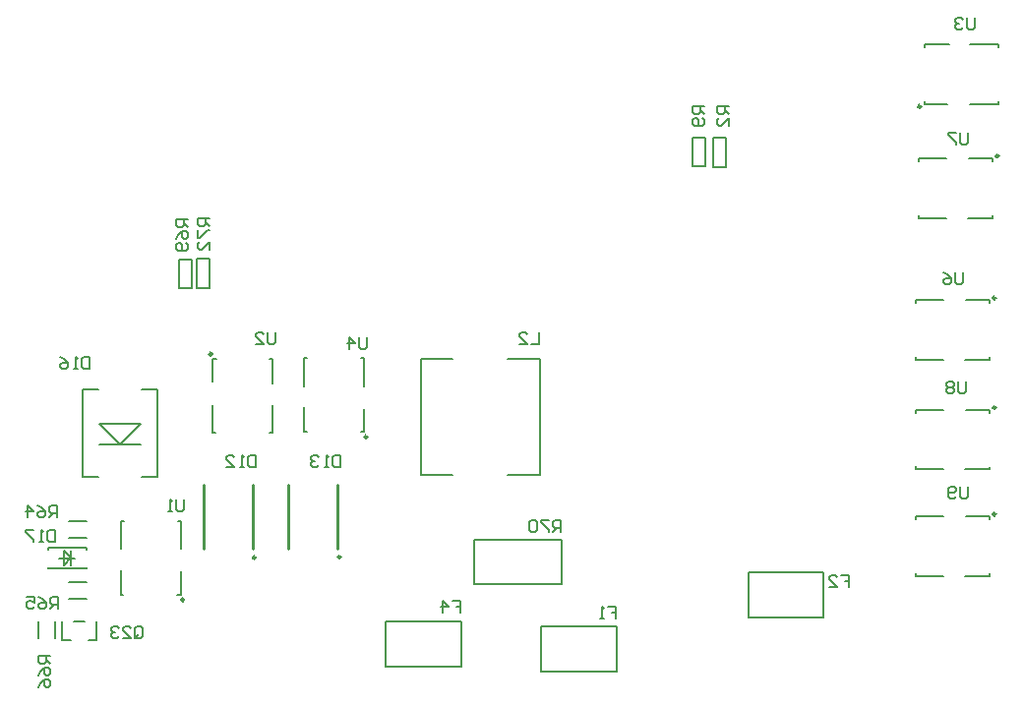
<source format=gbo>
G04*
G04 #@! TF.GenerationSoftware,Altium Limited,Altium Designer,23.10.1 (27)*
G04*
G04 Layer_Color=32896*
%FSLAX25Y25*%
%MOIN*%
G70*
G04*
G04 #@! TF.SameCoordinates,4B5F03CF-9F67-499E-902A-73A7A51B6F95*
G04*
G04*
G04 #@! TF.FilePolarity,Positive*
G04*
G01*
G75*
%ADD12C,0.01000*%
%ADD14C,0.00500*%
%ADD16C,0.00787*%
%ADD18C,0.00700*%
D12*
X457015Y171815D02*
G03*
X457015Y171815I-500J0D01*
G01*
X447515Y88515D02*
G03*
X447515Y88515I-500J0D01*
G01*
X471734Y102776D02*
G03*
X471734Y102776I-461J0D01*
G01*
X722565Y117515D02*
G03*
X722565Y117515I-500J0D01*
G01*
Y153655D02*
G03*
X722565Y153655I-500J0D01*
G01*
X723565Y238936D02*
G03*
X723565Y238936I-500J0D01*
G01*
X722565Y190796D02*
G03*
X722565Y190796I-500J0D01*
G01*
X509615Y143715D02*
G03*
X509615Y143715I-500J0D01*
G01*
X697215Y255715D02*
G03*
X697215Y255715I-500J0D01*
G01*
X500534Y102976D02*
G03*
X500534Y102976I-461J0D01*
G01*
X470683Y105728D02*
Y127382D01*
X454148Y105728D02*
Y127382D01*
X482948Y105928D02*
Y127582D01*
X499483Y105928D02*
Y127582D01*
D14*
X401615Y99072D02*
X414615D01*
X401615Y106158D02*
X414615D01*
X406653Y105015D02*
X409015Y102653D01*
X406653Y100291D02*
Y105015D01*
Y100291D02*
X409015Y102653D01*
Y100291D02*
Y105015D01*
X401615Y99072D02*
Y99615D01*
Y105615D02*
Y106158D01*
X414615Y99072D02*
Y99615D01*
Y105615D02*
Y106158D01*
X405115Y102615D02*
X410615D01*
X457215Y145115D02*
X458215D01*
X476515D02*
X477491D01*
X457215Y170115D02*
X458315D01*
X476615D02*
X477491D01*
Y145115D02*
Y154564D01*
Y161815D02*
Y170115D01*
X457215Y145115D02*
Y154564D01*
Y162315D02*
Y170115D01*
X446315Y90215D02*
Y98015D01*
Y105766D02*
Y115215D01*
X426039Y90215D02*
Y98515D01*
Y105766D02*
Y115215D01*
Y90215D02*
X426915D01*
X445215D02*
X446315D01*
X426039Y115215D02*
X427015D01*
X445315D02*
X446315D01*
X527857Y130745D02*
Y170115D01*
X568015Y130745D02*
Y170115D01*
X527857D02*
X538615D01*
X527857Y130745D02*
X538615D01*
X557258D02*
X568015D01*
X557258Y170115D02*
X568015D01*
X568461Y64038D02*
X594052D01*
X568461Y79392D02*
X594052D01*
Y64038D02*
Y79392D01*
X568461Y64038D02*
Y79392D01*
X515878Y81292D02*
X541468D01*
X515878Y65938D02*
X541468D01*
X515878D02*
Y81292D01*
X541468Y65938D02*
Y81292D01*
X638661Y82538D02*
X664252D01*
X638661Y97892D02*
X664252D01*
Y82538D02*
Y97892D01*
X638661Y82538D02*
Y97892D01*
X712565Y116815D02*
X720365D01*
X695365D02*
X704813D01*
X712065Y96539D02*
X720365D01*
X695365D02*
X704813D01*
X720365D02*
Y97415D01*
Y115715D02*
Y116815D01*
X695365Y96539D02*
Y97515D01*
Y115815D02*
Y116815D01*
X712565Y152955D02*
X720365D01*
X695365D02*
X704813D01*
X712065Y132680D02*
X720365D01*
X695365D02*
X704813D01*
X720365D02*
Y133555D01*
Y151855D02*
Y152955D01*
X695365Y132680D02*
Y133655D01*
Y151955D02*
Y152955D01*
X713565Y238236D02*
X721365D01*
X696365D02*
X705813D01*
X713065Y217961D02*
X721365D01*
X696365D02*
X705813D01*
X721365D02*
Y218836D01*
Y237136D02*
Y238236D01*
X696365Y217961D02*
Y218936D01*
Y237236D02*
Y238236D01*
X712565Y190096D02*
X720365D01*
X695365D02*
X704813D01*
X712065Y169820D02*
X720365D01*
X695365D02*
X704813D01*
X720365D02*
Y170696D01*
Y188996D02*
Y190096D01*
X695365Y169820D02*
Y170796D01*
Y189096D02*
Y190096D01*
X406146Y74847D02*
Y81147D01*
X417957Y74847D02*
Y81147D01*
X410280D02*
X413824D01*
X406146Y74847D02*
X409099D01*
X415005D02*
X417957D01*
X507415Y170415D02*
X508415D01*
X488139D02*
X489115D01*
X507315Y145415D02*
X508415D01*
X488139D02*
X489015D01*
X488139Y160966D02*
Y170415D01*
Y145415D02*
Y153715D01*
X508415Y160966D02*
Y170415D01*
Y145415D02*
Y153215D01*
X698415Y256415D02*
X706215D01*
X713966D02*
X723415D01*
X698415Y276691D02*
X706715D01*
X713966D02*
X723415D01*
X698415Y275815D02*
Y276691D01*
Y256415D02*
Y257515D01*
X723415Y275715D02*
Y276691D01*
Y256415D02*
Y257415D01*
X451650Y194141D02*
Y203983D01*
X455980Y194141D02*
Y203983D01*
X451650D02*
X455980D01*
X451650Y194141D02*
X455980D01*
X545862Y93835D02*
Y108795D01*
X575390D01*
Y93835D02*
Y108795D01*
X545862Y93835D02*
X575390D01*
X450046Y194102D02*
Y203945D01*
X445715Y194102D02*
Y203945D01*
Y194102D02*
X450046D01*
X445715Y203945D02*
X450046D01*
X619750Y235347D02*
Y245189D01*
X624080Y235347D02*
Y245189D01*
X619750D02*
X624080D01*
X619750Y235347D02*
X624080D01*
X631180Y235241D02*
Y245083D01*
X626850Y235241D02*
Y245083D01*
Y235241D02*
X631180D01*
X626850Y245083D02*
X631180D01*
X403915Y112014D02*
Y108015D01*
X401916D01*
X401249Y108681D01*
Y111347D01*
X401916Y112014D01*
X403915D01*
X399916Y108015D02*
X398583D01*
X399250D01*
Y112014D01*
X399916Y111347D01*
X396584Y112014D02*
X393918D01*
Y111347D01*
X396584Y108681D01*
Y108015D01*
X415315Y170714D02*
Y166715D01*
X413316D01*
X412649Y167382D01*
Y170047D01*
X413316Y170714D01*
X415315D01*
X411316Y166715D02*
X409983D01*
X410650D01*
Y170714D01*
X411316Y170047D01*
X405318Y170714D02*
X406651Y170047D01*
X407984Y168714D01*
Y167382D01*
X407318Y166715D01*
X405985D01*
X405318Y167382D01*
Y168048D01*
X405985Y168714D01*
X407984D01*
X404315Y116315D02*
Y120314D01*
X402316D01*
X401649Y119647D01*
Y118314D01*
X402316Y117648D01*
X404315D01*
X402982D02*
X401649Y116315D01*
X397651Y120314D02*
X398983Y119647D01*
X400316Y118314D01*
Y116981D01*
X399650Y116315D01*
X398317D01*
X397651Y116981D01*
Y117648D01*
X398317Y118314D01*
X400316D01*
X394318Y116315D02*
Y120314D01*
X396318Y118314D01*
X393652D01*
X478400Y179299D02*
Y175967D01*
X477734Y175300D01*
X476401D01*
X475734Y175967D01*
Y179299D01*
X471735Y175300D02*
X474401D01*
X471735Y177966D01*
Y178632D01*
X472402Y179299D01*
X473735D01*
X474401Y178632D01*
X447500Y122399D02*
Y119067D01*
X446834Y118400D01*
X445501D01*
X444834Y119067D01*
Y122399D01*
X443501Y118400D02*
X442168D01*
X442835D01*
Y122399D01*
X443501Y121732D01*
X471700Y137399D02*
Y133400D01*
X469701D01*
X469034Y134066D01*
Y136732D01*
X469701Y137399D01*
X471700D01*
X467701Y133400D02*
X466368D01*
X467035D01*
Y137399D01*
X467701Y136732D01*
X461703Y133400D02*
X464369D01*
X461703Y136066D01*
Y136732D01*
X462370Y137399D01*
X463703D01*
X464369Y136732D01*
X567800Y179299D02*
Y175300D01*
X565134D01*
X561135D02*
X563801D01*
X561135Y177966D01*
Y178632D01*
X561802Y179299D01*
X563135D01*
X563801Y178632D01*
X591134Y86099D02*
X593800D01*
Y84099D01*
X592467D01*
X593800D01*
Y82100D01*
X589801D02*
X588468D01*
X589135D01*
Y86099D01*
X589801Y85432D01*
X538534Y87999D02*
X541200D01*
Y85999D01*
X539867D01*
X541200D01*
Y84000D01*
X535202D02*
Y87999D01*
X537201Y85999D01*
X534536D01*
X670149Y96914D02*
X672815D01*
Y94914D01*
X671482D01*
X672815D01*
Y92915D01*
X666151D02*
X668816D01*
X666151Y95581D01*
Y96247D01*
X666817Y96914D01*
X668150D01*
X668816Y96247D01*
X713015Y126714D02*
Y123381D01*
X712349Y122715D01*
X711016D01*
X710349Y123381D01*
Y126714D01*
X709016Y123381D02*
X708350Y122715D01*
X707017D01*
X706351Y123381D01*
Y126047D01*
X707017Y126714D01*
X708350D01*
X709016Y126047D01*
Y125381D01*
X708350Y124714D01*
X706351D01*
X712515Y162314D02*
Y158982D01*
X711848Y158315D01*
X710516D01*
X709849Y158982D01*
Y162314D01*
X708516Y161647D02*
X707850Y162314D01*
X706517D01*
X705851Y161647D01*
Y160981D01*
X706517Y160314D01*
X705851Y159648D01*
Y158982D01*
X706517Y158315D01*
X707850D01*
X708516Y158982D01*
Y159648D01*
X707850Y160314D01*
X708516Y160981D01*
Y161647D01*
X707850Y160314D02*
X706517D01*
X712976Y246814D02*
Y243481D01*
X712309Y242815D01*
X710976D01*
X710310Y243481D01*
Y246814D01*
X708977D02*
X706311D01*
Y246147D01*
X708977Y243481D01*
Y242815D01*
X711515Y199314D02*
Y195982D01*
X710849Y195315D01*
X709516D01*
X708849Y195982D01*
Y199314D01*
X704850D02*
X706183Y198647D01*
X707516Y197314D01*
Y195982D01*
X706850Y195315D01*
X705517D01*
X704850Y195982D01*
Y196648D01*
X705517Y197314D01*
X707516D01*
X430649Y75981D02*
Y78647D01*
X431316Y79314D01*
X432649D01*
X433315Y78647D01*
Y75981D01*
X432649Y75315D01*
X431316D01*
X431982Y76648D02*
X430649Y75315D01*
X431316D02*
X430649Y75981D01*
X426650Y75315D02*
X429316D01*
X426650Y77981D01*
Y78647D01*
X427317Y79314D01*
X428650D01*
X429316Y78647D01*
X425318D02*
X424651Y79314D01*
X423318D01*
X422652Y78647D01*
Y77981D01*
X423318Y77314D01*
X423985D01*
X423318D01*
X422652Y76648D01*
Y75981D01*
X423318Y75315D01*
X424651D01*
X425318Y75981D01*
X509600Y177599D02*
Y174267D01*
X508934Y173600D01*
X507601D01*
X506934Y174267D01*
Y177599D01*
X503602Y173600D02*
Y177599D01*
X505601Y175599D01*
X502936D01*
X715315Y285814D02*
Y282482D01*
X714648Y281815D01*
X713316D01*
X712649Y282482D01*
Y285814D01*
X711316Y285147D02*
X710650Y285814D01*
X709317D01*
X708650Y285147D01*
Y284481D01*
X709317Y283814D01*
X709983D01*
X709317D01*
X708650Y283148D01*
Y282482D01*
X709317Y281815D01*
X710650D01*
X711316Y282482D01*
X456015Y217915D02*
X452016D01*
Y215916D01*
X452683Y215249D01*
X454016D01*
X454682Y215916D01*
Y217915D01*
Y216582D02*
X456015Y215249D01*
X452016Y213916D02*
Y211250D01*
X452683D01*
X455348Y213916D01*
X456015D01*
Y207252D02*
Y209918D01*
X453349Y207252D01*
X452683D01*
X452016Y207918D01*
Y209251D01*
X452683Y209918D01*
X575100Y111500D02*
Y115499D01*
X573101D01*
X572434Y114832D01*
Y113499D01*
X573101Y112833D01*
X575100D01*
X573767D02*
X572434Y111500D01*
X571101Y115499D02*
X568435D01*
Y114832D01*
X571101Y112167D01*
Y111500D01*
X567103Y114832D02*
X566436Y115499D01*
X565103D01*
X564437Y114832D01*
Y112167D01*
X565103Y111500D01*
X566436D01*
X567103Y112167D01*
Y114832D01*
X448815Y217615D02*
X444816D01*
Y215616D01*
X445483Y214949D01*
X446816D01*
X447482Y215616D01*
Y217615D01*
Y216282D02*
X448815Y214949D01*
X444816Y210950D02*
X445483Y212283D01*
X446816Y213616D01*
X448148D01*
X448815Y212950D01*
Y211617D01*
X448148Y210950D01*
X447482D01*
X446816Y211617D01*
Y213616D01*
X448148Y209618D02*
X448815Y208951D01*
Y207618D01*
X448148Y206952D01*
X445483D01*
X444816Y207618D01*
Y208951D01*
X445483Y209618D01*
X446149D01*
X446816Y208951D01*
Y206952D01*
X402015Y69415D02*
X398016D01*
Y67416D01*
X398683Y66749D01*
X400016D01*
X400682Y67416D01*
Y69415D01*
Y68082D02*
X402015Y66749D01*
X398016Y62751D02*
X398683Y64083D01*
X400016Y65416D01*
X401348D01*
X402015Y64750D01*
Y63417D01*
X401348Y62751D01*
X400682D01*
X400016Y63417D01*
Y65416D01*
X398016Y58752D02*
X398683Y60085D01*
X400016Y61418D01*
X401348D01*
X402015Y60751D01*
Y59418D01*
X401348Y58752D01*
X400682D01*
X400016Y59418D01*
Y61418D01*
X404715Y85415D02*
Y89414D01*
X402716D01*
X402049Y88747D01*
Y87414D01*
X402716Y86748D01*
X404715D01*
X403382D02*
X402049Y85415D01*
X398050Y89414D02*
X399383Y88747D01*
X400716Y87414D01*
Y86081D01*
X400050Y85415D01*
X398717D01*
X398050Y86081D01*
Y86748D01*
X398717Y87414D01*
X400716D01*
X394052Y89414D02*
X396718D01*
Y87414D01*
X395385Y88081D01*
X394718D01*
X394052Y87414D01*
Y86081D01*
X394718Y85415D01*
X396051D01*
X396718Y86081D01*
X623715Y255715D02*
X619716D01*
Y253716D01*
X620383Y253049D01*
X621716D01*
X622382Y253716D01*
Y255715D01*
Y254382D02*
X623715Y253049D01*
X623048Y251716D02*
X623715Y251050D01*
Y249717D01*
X623048Y249050D01*
X620383D01*
X619716Y249717D01*
Y251050D01*
X620383Y251716D01*
X621049D01*
X621716Y251050D01*
Y249050D01*
X632015Y255715D02*
X628016D01*
Y253716D01*
X628683Y253049D01*
X630016D01*
X630682Y253716D01*
Y255715D01*
Y254382D02*
X632015Y253049D01*
Y249050D02*
Y251716D01*
X629349Y249050D01*
X628683D01*
X628016Y249717D01*
Y251050D01*
X628683Y251716D01*
X500500Y137599D02*
Y133600D01*
X498501D01*
X497834Y134266D01*
Y136932D01*
X498501Y137599D01*
X500500D01*
X496501Y133600D02*
X495168D01*
X495835D01*
Y137599D01*
X496501Y136932D01*
X493169D02*
X492503Y137599D01*
X491170D01*
X490503Y136932D01*
Y136266D01*
X491170Y135599D01*
X491836D01*
X491170D01*
X490503Y134933D01*
Y134266D01*
X491170Y133600D01*
X492503D01*
X493169Y134266D01*
D16*
X408562Y115269D02*
X414468D01*
X408562Y109561D02*
X414468D01*
X398061Y75362D02*
Y81268D01*
X403769Y75362D02*
Y81268D01*
X408562Y88661D02*
X414468D01*
X408562Y94369D02*
X414468D01*
D18*
X425815Y141092D02*
X432705Y147982D01*
X418925D02*
X432705D01*
X418925Y141092D02*
X432705D01*
X413020Y159793D02*
X418335D01*
X413020Y130265D02*
Y159793D01*
Y130265D02*
X418335D01*
X433295Y159793D02*
X438610D01*
Y130265D02*
Y159793D01*
X433295Y130265D02*
X438610D01*
X418925Y147982D02*
X425815Y141092D01*
M02*

</source>
